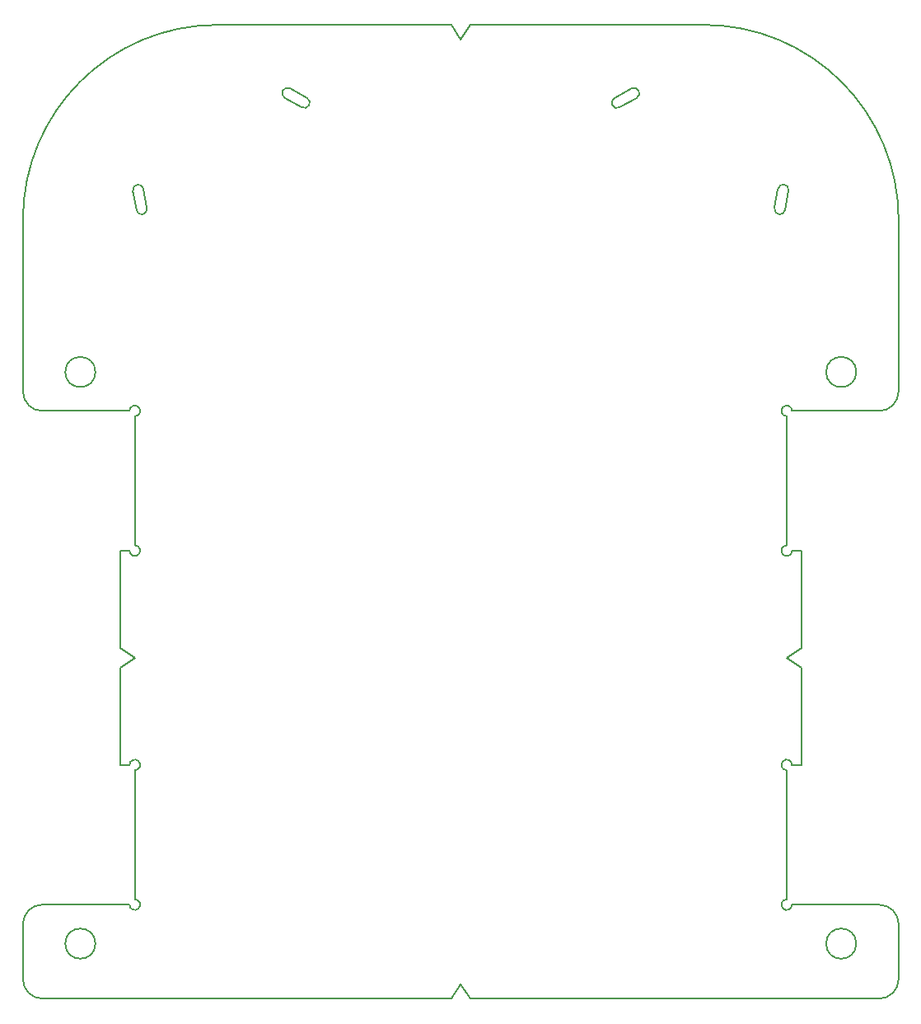
<source format=gbr>
%TF.GenerationSoftware,KiCad,Pcbnew,8.0.5*%
%TF.CreationDate,2024-11-23T08:17:22+09:00*%
%TF.ProjectId,mouse_v1,6d6f7573-655f-4763-912e-6b696361645f,rev?*%
%TF.SameCoordinates,Original*%
%TF.FileFunction,Profile,NP*%
%FSLAX46Y46*%
G04 Gerber Fmt 4.6, Leading zero omitted, Abs format (unit mm)*
G04 Created by KiCad (PCBNEW 8.0.5) date 2024-11-23 08:17:22*
%MOMM*%
%LPD*%
G01*
G04 APERTURE LIST*
%TA.AperFunction,Profile*%
%ADD10C,0.200000*%
%TD*%
G04 APERTURE END LIST*
D10*
X117168908Y-62011696D02*
X118917218Y-61040414D01*
X143840000Y-143890164D02*
X134889998Y-143890164D01*
X135839999Y-117540001D02*
X135840000Y-116689838D01*
X68583548Y-72361115D02*
G75*
G02*
X67500260Y-72552128I-541648J-95485D01*
G01*
X134889999Y-107540001D02*
G75*
G02*
X134340000Y-106990001I-549999J1D01*
G01*
X68583548Y-72361115D02*
X68236252Y-70391498D01*
X117168908Y-62011696D02*
G75*
G02*
X116630600Y-61052400I-267108J480796D01*
G01*
X85045272Y-61050109D02*
X83296958Y-60078823D01*
X134889998Y-129540001D02*
X135840000Y-129540001D01*
X99840000Y-53540002D02*
X75840000Y-53540001D01*
X65840000Y-107540001D02*
X65840000Y-116689838D01*
X145840000Y-151540001D02*
X145840000Y-145878036D01*
X67152963Y-70582510D02*
X67500260Y-72552128D01*
X63290000Y-147890164D02*
G75*
G02*
X60190000Y-147890164I-1550000J0D01*
G01*
X60190000Y-147890164D02*
G75*
G02*
X63290000Y-147890164I1550000J0D01*
G01*
X57840000Y-93189838D02*
G75*
G02*
X55839962Y-91189839I0J2000038D01*
G01*
X55840000Y-73540000D02*
X55840000Y-91189839D01*
X125839999Y-53540001D02*
G75*
G02*
X145839999Y-73540001I1J-19999999D01*
G01*
X66790001Y-129540001D02*
G75*
G02*
X67340000Y-130089999I549999J1D01*
G01*
X66790002Y-107540001D02*
X65840000Y-107540001D01*
X135840001Y-119540001D02*
X134339999Y-118540001D01*
X134340000Y-130090000D02*
G75*
G02*
X134890000Y-129540001I0J550000D01*
G01*
X82762751Y-61040397D02*
X84511066Y-62011682D01*
X133443749Y-70391493D02*
X133096455Y-72361095D01*
X67340000Y-93739836D02*
X67340000Y-106990002D01*
X67340000Y-106990002D02*
G75*
G02*
X66790002Y-107540001I0J-549998D01*
G01*
X57839999Y-153540001D02*
X99840000Y-153540000D01*
X134889998Y-143890164D02*
G75*
G02*
X134340000Y-143340202I-549998J-36D01*
G01*
X134890036Y-93189838D02*
X143855520Y-93189838D01*
X145840000Y-91189731D02*
X145840000Y-73540001D01*
X82762751Y-61040397D02*
G75*
G02*
X83296988Y-60078769I267149J480797D01*
G01*
X118383011Y-60078841D02*
X116630601Y-61052401D01*
X134339999Y-118540001D02*
X135839999Y-117540001D01*
X145840000Y-91189731D02*
G75*
G02*
X143855520Y-93189838I-2000200J31D01*
G01*
X100840000Y-55040002D02*
X99840000Y-53540002D01*
X65840000Y-129540001D02*
X66790001Y-129540001D01*
X143840000Y-143890164D02*
G75*
G02*
X145839999Y-145878036I0J-2000036D01*
G01*
X57840000Y-93189838D02*
X66790001Y-93189838D01*
X135840000Y-107540001D02*
X134889999Y-107540001D01*
X118383011Y-60078841D02*
G75*
G02*
X118917187Y-61040360I267089J-480759D01*
G01*
X57839999Y-153540001D02*
G75*
G02*
X55839999Y-151540003I1J2000001D01*
G01*
X55840000Y-73540000D02*
G75*
G02*
X75840000Y-53540000I20000000J0D01*
G01*
X66790001Y-93189838D02*
G75*
G02*
X67340000Y-93739799I549999J38D01*
G01*
X118917188Y-61040361D02*
X118917218Y-61040414D01*
X135840000Y-116689838D02*
X135840000Y-107540001D01*
X141490000Y-147890164D02*
G75*
G02*
X138390000Y-147890164I-1550000J0D01*
G01*
X138390000Y-147890164D02*
G75*
G02*
X141490000Y-147890164I1550000J0D01*
G01*
X99840000Y-153540000D02*
X100840000Y-152040000D01*
X67340000Y-130089999D02*
X67340000Y-143340164D01*
X67152963Y-70582510D02*
G75*
G02*
X68236239Y-70391500I541637J95510D01*
G01*
X68236250Y-70391498D02*
X68236252Y-70391498D01*
X101840000Y-153540000D02*
X143840000Y-153540001D01*
X125839999Y-53540001D02*
X101840000Y-53540002D01*
X55840000Y-145890163D02*
G75*
G02*
X57839999Y-143890200I2000000J-37D01*
G01*
X67340001Y-118540001D02*
X65840001Y-119540001D01*
X65840000Y-116689838D02*
X65840001Y-117540001D01*
X63290000Y-89189838D02*
G75*
G02*
X60190000Y-89189838I-1550000J0D01*
G01*
X60190000Y-89189838D02*
G75*
G02*
X63290000Y-89189838I1550000J0D01*
G01*
X134340000Y-143340204D02*
X134340000Y-130090000D01*
X100840000Y-152040000D02*
X101840000Y-153540000D01*
X134179743Y-72552107D02*
G75*
G02*
X133096457Y-72361095I-541643J95507D01*
G01*
X65840001Y-117540001D02*
X67340001Y-118540001D01*
X134179743Y-72552107D02*
X134527719Y-70578643D01*
X85045272Y-61050109D02*
G75*
G02*
X84511077Y-62011663I-267072J-480791D01*
G01*
X133443749Y-70391493D02*
G75*
G02*
X134527718Y-70578643I541651J-95507D01*
G01*
X134340000Y-106990003D02*
X134340000Y-93739838D01*
X101840000Y-53540002D02*
X100840000Y-55040002D01*
X67340000Y-143340164D02*
G75*
G02*
X66789964Y-143890164I0J-550036D01*
G01*
X66790000Y-143890164D02*
X57839999Y-143890164D01*
X141490000Y-89189838D02*
G75*
G02*
X138390000Y-89189838I-1550000J0D01*
G01*
X138390000Y-89189838D02*
G75*
G02*
X141490000Y-89189838I1550000J0D01*
G01*
X55840000Y-145890163D02*
X55840000Y-151540003D01*
X134340000Y-93739838D02*
G75*
G02*
X134890038Y-93189838I0J550038D01*
G01*
X145840000Y-151540001D02*
G75*
G02*
X143840000Y-153540000I-2000000J1D01*
G01*
X65840001Y-119540001D02*
X65840000Y-129540001D01*
X135840000Y-129540001D02*
X135840001Y-119540001D01*
M02*

</source>
